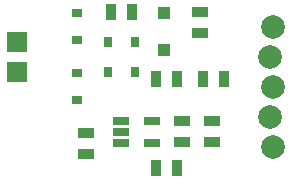
<source format=gbr>
G04 EAGLE Gerber RS-274X export*
G75*
%MOMM*%
%FSLAX34Y34*%
%LPD*%
%INTop Soldermask*%
%IPPOS*%
%AMOC8*
5,1,8,0,0,1.08239X$1,22.5*%
G01*
%ADD10R,1.327000X0.927000*%
%ADD11R,0.757000X0.957000*%
%ADD12R,0.957000X0.757000*%
%ADD13R,1.077000X1.027000*%
%ADD14R,1.651000X1.651000*%
%ADD15C,2.006600*%
%ADD16R,0.927000X1.327000*%
%ADD17R,1.327000X0.677000*%


D10*
X193040Y152510D03*
X193040Y134510D03*
X203200Y59800D03*
X203200Y41800D03*
X96520Y49640D03*
X96520Y31640D03*
D11*
X138500Y101600D03*
X115500Y101600D03*
X138500Y127000D03*
X115500Y127000D03*
D12*
X88900Y100400D03*
X88900Y77400D03*
X88900Y128200D03*
X88900Y151200D03*
D13*
X162560Y151640D03*
X162560Y120140D03*
D14*
X38100Y101600D03*
X38100Y127000D03*
D15*
X255270Y139700D03*
X252730Y114300D03*
X255270Y88900D03*
X252730Y63500D03*
X255270Y38100D03*
D16*
X118000Y152400D03*
X136000Y152400D03*
X156100Y20320D03*
X174100Y20320D03*
D10*
X177800Y41800D03*
X177800Y59800D03*
D16*
X156100Y95250D03*
X174100Y95250D03*
X213470Y95250D03*
X195470Y95250D03*
D17*
X126699Y60300D03*
X126699Y50800D03*
X126699Y41300D03*
X152701Y41300D03*
X152701Y60300D03*
M02*

</source>
